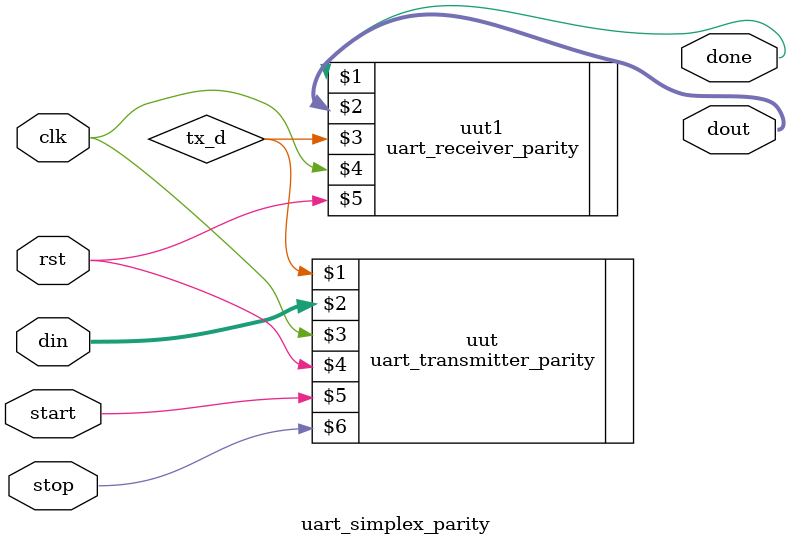
<source format=v>
module uart_simplex_parity(output done,output [7:0] dout,input [7:0] din,input clk,input rst,input start,input stop);
   wire tx_d;
   uart_transmitter_parity uut(tx_d,din,clk,rst,start,stop);
   uart_receiver_parity uut1(done,dout,tx_d,clk,rst);
endmodule
</source>
